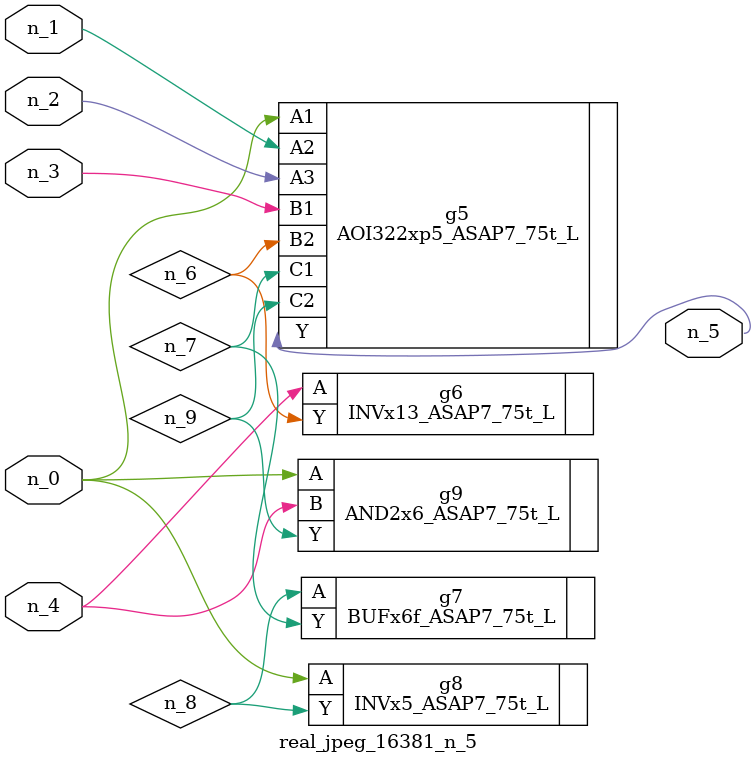
<source format=v>
module real_jpeg_16381_n_5 (n_4, n_0, n_1, n_2, n_3, n_5);

input n_4;
input n_0;
input n_1;
input n_2;
input n_3;

output n_5;

wire n_8;
wire n_6;
wire n_7;
wire n_9;

AOI322xp5_ASAP7_75t_L g5 ( 
.A1(n_0),
.A2(n_1),
.A3(n_2),
.B1(n_3),
.B2(n_6),
.C1(n_7),
.C2(n_9),
.Y(n_5)
);

INVx5_ASAP7_75t_L g8 ( 
.A(n_0),
.Y(n_8)
);

AND2x6_ASAP7_75t_L g9 ( 
.A(n_0),
.B(n_4),
.Y(n_9)
);

INVx13_ASAP7_75t_L g6 ( 
.A(n_4),
.Y(n_6)
);

BUFx6f_ASAP7_75t_L g7 ( 
.A(n_8),
.Y(n_7)
);


endmodule
</source>
